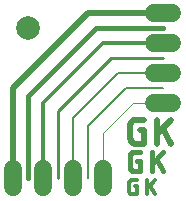
<source format=gbr>
G04 EAGLE Gerber RS-274X export*
G75*
%MOMM*%
%FSLAX34Y34*%
%LPD*%
%INTop Copper*%
%IPPOS*%
%AMOC8*
5,1,8,0,0,1.08239X$1,22.5*%
G01*
%ADD10C,0.508000*%
%ADD11C,0.304800*%
%ADD12C,0.406400*%
%ADD13C,1.524000*%
%ADD14C,0.254000*%
%ADD15C,0.203200*%
%ADD16C,0.152400*%
%ADD17C,0.101600*%
%ADD18C,2.000000*%


D10*
X132362Y65899D02*
X135749Y65899D01*
X135749Y54610D01*
X128976Y54610D01*
X128845Y54612D01*
X128713Y54618D01*
X128582Y54627D01*
X128452Y54641D01*
X128321Y54658D01*
X128192Y54679D01*
X128063Y54703D01*
X127935Y54732D01*
X127807Y54764D01*
X127681Y54800D01*
X127556Y54839D01*
X127431Y54882D01*
X127309Y54929D01*
X127187Y54979D01*
X127067Y55033D01*
X126949Y55090D01*
X126833Y55151D01*
X126718Y55215D01*
X126605Y55282D01*
X126494Y55353D01*
X126386Y55427D01*
X126279Y55504D01*
X126175Y55584D01*
X126073Y55667D01*
X125974Y55752D01*
X125877Y55841D01*
X125783Y55933D01*
X125691Y56027D01*
X125602Y56124D01*
X125517Y56223D01*
X125434Y56325D01*
X125354Y56429D01*
X125277Y56536D01*
X125203Y56644D01*
X125132Y56755D01*
X125065Y56868D01*
X125001Y56983D01*
X124940Y57099D01*
X124883Y57217D01*
X124829Y57337D01*
X124779Y57459D01*
X124732Y57581D01*
X124689Y57706D01*
X124650Y57831D01*
X124614Y57957D01*
X124582Y58085D01*
X124553Y58213D01*
X124529Y58342D01*
X124508Y58471D01*
X124491Y58602D01*
X124477Y58732D01*
X124468Y58863D01*
X124462Y58995D01*
X124460Y59126D01*
X124460Y70414D01*
X124462Y70548D01*
X124468Y70682D01*
X124478Y70815D01*
X124492Y70948D01*
X124509Y71081D01*
X124531Y71213D01*
X124557Y71344D01*
X124586Y71475D01*
X124620Y71604D01*
X124657Y71733D01*
X124698Y71860D01*
X124743Y71986D01*
X124791Y72111D01*
X124843Y72234D01*
X124899Y72356D01*
X124958Y72476D01*
X125021Y72594D01*
X125088Y72711D01*
X125157Y72825D01*
X125230Y72937D01*
X125307Y73047D01*
X125386Y73154D01*
X125469Y73259D01*
X125555Y73362D01*
X125644Y73462D01*
X125736Y73560D01*
X125830Y73654D01*
X125928Y73746D01*
X126028Y73835D01*
X126131Y73921D01*
X126236Y74004D01*
X126343Y74083D01*
X126453Y74160D01*
X126565Y74233D01*
X126679Y74302D01*
X126796Y74369D01*
X126914Y74432D01*
X127034Y74491D01*
X127155Y74547D01*
X127279Y74599D01*
X127403Y74647D01*
X127530Y74692D01*
X127657Y74733D01*
X127786Y74770D01*
X127915Y74804D01*
X128046Y74833D01*
X128177Y74859D01*
X128309Y74881D01*
X128442Y74898D01*
X128575Y74912D01*
X128708Y74922D01*
X128842Y74928D01*
X128976Y74930D01*
X135749Y74930D01*
X147145Y74930D02*
X147145Y54610D01*
X147145Y62512D02*
X158434Y74930D01*
X151660Y67028D02*
X158434Y54610D01*
D11*
X130217Y18457D02*
X128185Y18457D01*
X130217Y18457D02*
X130217Y11684D01*
X126153Y11684D01*
X126052Y11686D01*
X125951Y11692D01*
X125850Y11701D01*
X125749Y11714D01*
X125649Y11731D01*
X125550Y11752D01*
X125452Y11776D01*
X125355Y11804D01*
X125258Y11836D01*
X125163Y11871D01*
X125070Y11910D01*
X124978Y11952D01*
X124887Y11998D01*
X124799Y12047D01*
X124712Y12099D01*
X124627Y12155D01*
X124544Y12213D01*
X124464Y12275D01*
X124386Y12340D01*
X124310Y12407D01*
X124237Y12477D01*
X124167Y12550D01*
X124100Y12626D01*
X124035Y12704D01*
X123973Y12784D01*
X123915Y12867D01*
X123859Y12952D01*
X123807Y13038D01*
X123758Y13127D01*
X123712Y13218D01*
X123670Y13310D01*
X123631Y13403D01*
X123596Y13498D01*
X123564Y13595D01*
X123536Y13692D01*
X123512Y13790D01*
X123491Y13889D01*
X123474Y13989D01*
X123461Y14090D01*
X123452Y14191D01*
X123446Y14292D01*
X123444Y14393D01*
X123444Y21167D01*
X123446Y21271D01*
X123452Y21374D01*
X123462Y21478D01*
X123476Y21581D01*
X123494Y21683D01*
X123515Y21784D01*
X123541Y21885D01*
X123570Y21984D01*
X123603Y22083D01*
X123640Y22180D01*
X123681Y22275D01*
X123725Y22369D01*
X123773Y22461D01*
X123824Y22551D01*
X123879Y22640D01*
X123937Y22726D01*
X123999Y22809D01*
X124063Y22891D01*
X124131Y22969D01*
X124201Y23045D01*
X124274Y23119D01*
X124351Y23189D01*
X124429Y23257D01*
X124511Y23321D01*
X124594Y23383D01*
X124680Y23441D01*
X124769Y23496D01*
X124859Y23547D01*
X124951Y23595D01*
X125045Y23639D01*
X125140Y23680D01*
X125237Y23717D01*
X125336Y23750D01*
X125435Y23779D01*
X125536Y23805D01*
X125637Y23826D01*
X125739Y23844D01*
X125842Y23858D01*
X125946Y23868D01*
X126049Y23874D01*
X126153Y23876D01*
X130217Y23876D01*
X138398Y23876D02*
X138398Y11684D01*
X138398Y16425D02*
X145172Y23876D01*
X141108Y19135D02*
X145172Y11684D01*
D12*
X132983Y40273D02*
X130274Y40273D01*
X132983Y40273D02*
X132983Y31242D01*
X127564Y31242D01*
X127446Y31244D01*
X127328Y31250D01*
X127210Y31259D01*
X127093Y31273D01*
X126976Y31290D01*
X126859Y31311D01*
X126744Y31336D01*
X126629Y31365D01*
X126515Y31398D01*
X126403Y31434D01*
X126292Y31474D01*
X126182Y31517D01*
X126073Y31564D01*
X125966Y31614D01*
X125861Y31669D01*
X125758Y31726D01*
X125657Y31787D01*
X125557Y31851D01*
X125460Y31918D01*
X125365Y31988D01*
X125273Y32062D01*
X125182Y32138D01*
X125095Y32218D01*
X125010Y32300D01*
X124928Y32385D01*
X124848Y32472D01*
X124772Y32563D01*
X124698Y32655D01*
X124628Y32750D01*
X124561Y32847D01*
X124497Y32947D01*
X124436Y33048D01*
X124379Y33151D01*
X124324Y33256D01*
X124274Y33363D01*
X124227Y33472D01*
X124184Y33582D01*
X124144Y33693D01*
X124108Y33805D01*
X124075Y33919D01*
X124046Y34034D01*
X124021Y34149D01*
X124000Y34266D01*
X123983Y34383D01*
X123969Y34500D01*
X123960Y34618D01*
X123954Y34736D01*
X123952Y34854D01*
X123952Y43886D01*
X123954Y44004D01*
X123960Y44122D01*
X123969Y44240D01*
X123983Y44357D01*
X124000Y44474D01*
X124021Y44591D01*
X124046Y44706D01*
X124075Y44821D01*
X124108Y44935D01*
X124144Y45047D01*
X124184Y45158D01*
X124227Y45268D01*
X124274Y45377D01*
X124324Y45484D01*
X124378Y45589D01*
X124436Y45692D01*
X124497Y45793D01*
X124561Y45893D01*
X124628Y45990D01*
X124698Y46085D01*
X124772Y46177D01*
X124848Y46268D01*
X124928Y46355D01*
X125010Y46440D01*
X125095Y46522D01*
X125182Y46602D01*
X125273Y46678D01*
X125365Y46752D01*
X125460Y46822D01*
X125557Y46889D01*
X125657Y46953D01*
X125758Y47014D01*
X125861Y47071D01*
X125966Y47125D01*
X126073Y47176D01*
X126182Y47223D01*
X126292Y47266D01*
X126403Y47306D01*
X126515Y47342D01*
X126629Y47375D01*
X126744Y47404D01*
X126859Y47429D01*
X126976Y47450D01*
X127093Y47467D01*
X127210Y47481D01*
X127328Y47490D01*
X127446Y47496D01*
X127564Y47498D01*
X132983Y47498D01*
X142997Y47498D02*
X142997Y31242D01*
X142997Y37564D02*
X152028Y47498D01*
X146609Y41176D02*
X152028Y31242D01*
D13*
X144780Y165100D02*
X160020Y165100D01*
X160020Y139700D02*
X144780Y139700D01*
X144780Y114300D02*
X160020Y114300D01*
X160020Y88900D02*
X144780Y88900D01*
X25400Y33020D02*
X25400Y17780D01*
X50800Y17780D02*
X50800Y33020D01*
X76200Y33020D02*
X76200Y17780D01*
X101600Y17780D02*
X101600Y33020D01*
D10*
X25400Y25400D02*
X25400Y101600D01*
X88900Y165100D01*
X152400Y165100D01*
D12*
X38100Y95250D02*
X38100Y25400D01*
X38100Y95250D02*
X95250Y152400D01*
X152400Y152400D01*
D11*
X50800Y88900D02*
X50800Y25400D01*
X50800Y88900D02*
X101600Y139700D01*
X152400Y139700D01*
D14*
X63500Y82550D02*
X63500Y25400D01*
X63500Y82550D02*
X107950Y127000D01*
X152400Y127000D01*
D15*
X76200Y76200D02*
X76200Y25400D01*
X76200Y76200D02*
X114300Y114300D01*
X152400Y114300D01*
D16*
X88900Y69850D02*
X88900Y25400D01*
X88900Y69850D02*
X120650Y101600D01*
X152400Y101600D01*
D17*
X101600Y63500D02*
X101600Y25400D01*
X101600Y63500D02*
X127000Y88900D01*
X152400Y88900D01*
D18*
X38100Y152400D03*
M02*

</source>
